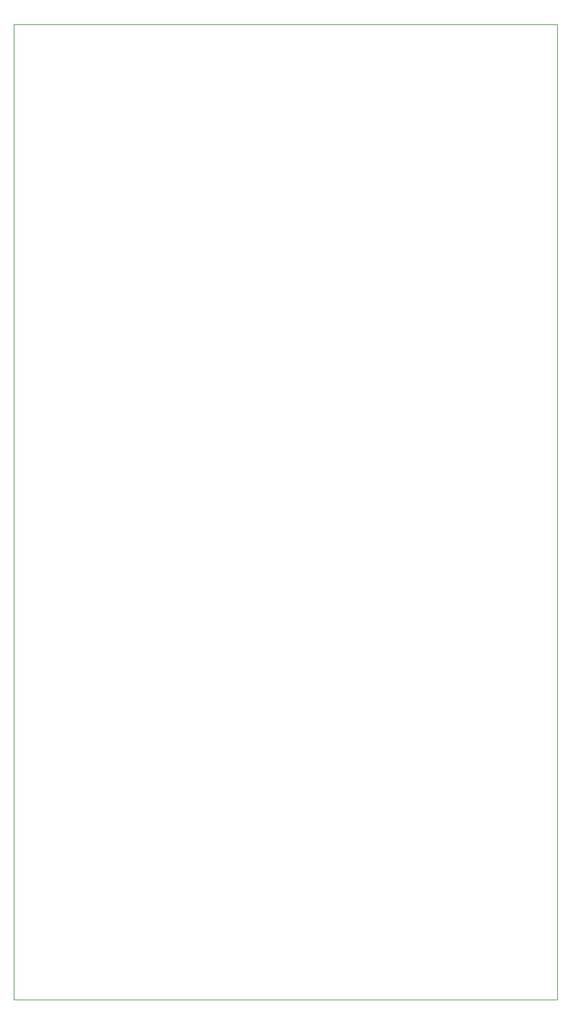
<source format=gbr>
%TF.GenerationSoftware,KiCad,Pcbnew,(5.1.9)-1*%
%TF.CreationDate,2021-02-28T12:15:39-08:00*%
%TF.ProjectId,namebadge,6e616d65-6261-4646-9765-2e6b69636164,v0.1*%
%TF.SameCoordinates,Original*%
%TF.FileFunction,Profile,NP*%
%FSLAX46Y46*%
G04 Gerber Fmt 4.6, Leading zero omitted, Abs format (unit mm)*
G04 Created by KiCad (PCBNEW (5.1.9)-1) date 2021-02-28 12:15:39*
%MOMM*%
%LPD*%
G01*
G04 APERTURE LIST*
%TA.AperFunction,Profile*%
%ADD10C,0.050000*%
%TD*%
G04 APERTURE END LIST*
D10*
X20320000Y-17780000D02*
X22860000Y-17780000D01*
X20320000Y-149860000D02*
X20320000Y-17780000D01*
X93980000Y-149860000D02*
X20320000Y-149860000D01*
X93980000Y-17780000D02*
X93980000Y-149860000D01*
X22860000Y-17780000D02*
X93980000Y-17780000D01*
M02*

</source>
